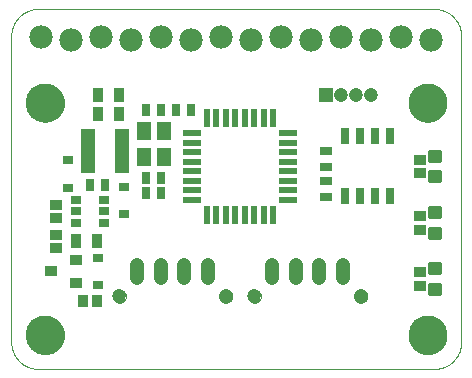
<source format=gts>
G75*
%MOIN*%
%OFA0B0*%
%FSLAX25Y25*%
%IPPOS*%
%LPD*%
%AMOC8*
5,1,8,0,0,1.08239X$1,22.5*
%
%ADD10C,0.00000*%
%ADD11C,0.12998*%
%ADD12R,0.03156X0.03943*%
%ADD13R,0.03550X0.05124*%
%ADD14R,0.03668X0.02880*%
%ADD15R,0.05124X0.14967*%
%ADD16R,0.03943X0.03746*%
%ADD17R,0.06109X0.02369*%
%ADD18R,0.02369X0.06109*%
%ADD19R,0.03943X0.03156*%
%ADD20C,0.01301*%
%ADD21R,0.02900X0.05400*%
%ADD22R,0.03550X0.02880*%
%ADD23R,0.05124X0.05912*%
%ADD24R,0.03943X0.03550*%
%ADD25R,0.03746X0.03943*%
%ADD26C,0.04534*%
%ADD27C,0.04731*%
%ADD28C,0.07800*%
%ADD29R,0.04750X0.04750*%
%ADD30C,0.04750*%
D10*
X0014550Y0005550D02*
X0146550Y0005550D01*
X0146767Y0005553D01*
X0146985Y0005561D01*
X0147202Y0005574D01*
X0147419Y0005592D01*
X0147635Y0005616D01*
X0147850Y0005644D01*
X0148065Y0005678D01*
X0148279Y0005718D01*
X0148492Y0005762D01*
X0148704Y0005812D01*
X0148914Y0005866D01*
X0149124Y0005926D01*
X0149331Y0005990D01*
X0149537Y0006060D01*
X0149741Y0006135D01*
X0149944Y0006214D01*
X0150144Y0006299D01*
X0150343Y0006388D01*
X0150539Y0006482D01*
X0150733Y0006581D01*
X0150924Y0006684D01*
X0151113Y0006792D01*
X0151299Y0006905D01*
X0151482Y0007022D01*
X0151663Y0007143D01*
X0151840Y0007269D01*
X0152014Y0007399D01*
X0152186Y0007533D01*
X0152354Y0007671D01*
X0152518Y0007813D01*
X0152679Y0007960D01*
X0152837Y0008110D01*
X0152990Y0008263D01*
X0153140Y0008421D01*
X0153287Y0008582D01*
X0153429Y0008746D01*
X0153567Y0008914D01*
X0153701Y0009086D01*
X0153831Y0009260D01*
X0153957Y0009437D01*
X0154078Y0009618D01*
X0154195Y0009801D01*
X0154308Y0009987D01*
X0154416Y0010176D01*
X0154519Y0010367D01*
X0154618Y0010561D01*
X0154712Y0010757D01*
X0154801Y0010956D01*
X0154886Y0011156D01*
X0154965Y0011359D01*
X0155040Y0011563D01*
X0155110Y0011769D01*
X0155174Y0011976D01*
X0155234Y0012186D01*
X0155288Y0012396D01*
X0155338Y0012608D01*
X0155382Y0012821D01*
X0155422Y0013035D01*
X0155456Y0013250D01*
X0155484Y0013465D01*
X0155508Y0013681D01*
X0155526Y0013898D01*
X0155539Y0014115D01*
X0155547Y0014333D01*
X0155550Y0014550D01*
X0155550Y0116550D01*
X0155547Y0116767D01*
X0155539Y0116985D01*
X0155526Y0117202D01*
X0155508Y0117419D01*
X0155484Y0117635D01*
X0155456Y0117850D01*
X0155422Y0118065D01*
X0155382Y0118279D01*
X0155338Y0118492D01*
X0155288Y0118704D01*
X0155234Y0118914D01*
X0155174Y0119124D01*
X0155110Y0119331D01*
X0155040Y0119537D01*
X0154965Y0119741D01*
X0154886Y0119944D01*
X0154801Y0120144D01*
X0154712Y0120343D01*
X0154618Y0120539D01*
X0154519Y0120733D01*
X0154416Y0120924D01*
X0154308Y0121113D01*
X0154195Y0121299D01*
X0154078Y0121482D01*
X0153957Y0121663D01*
X0153831Y0121840D01*
X0153701Y0122014D01*
X0153567Y0122186D01*
X0153429Y0122354D01*
X0153287Y0122518D01*
X0153140Y0122679D01*
X0152990Y0122837D01*
X0152837Y0122990D01*
X0152679Y0123140D01*
X0152518Y0123287D01*
X0152354Y0123429D01*
X0152186Y0123567D01*
X0152014Y0123701D01*
X0151840Y0123831D01*
X0151663Y0123957D01*
X0151482Y0124078D01*
X0151299Y0124195D01*
X0151113Y0124308D01*
X0150924Y0124416D01*
X0150733Y0124519D01*
X0150539Y0124618D01*
X0150343Y0124712D01*
X0150144Y0124801D01*
X0149944Y0124886D01*
X0149741Y0124965D01*
X0149537Y0125040D01*
X0149331Y0125110D01*
X0149124Y0125174D01*
X0148914Y0125234D01*
X0148704Y0125288D01*
X0148492Y0125338D01*
X0148279Y0125382D01*
X0148065Y0125422D01*
X0147850Y0125456D01*
X0147635Y0125484D01*
X0147419Y0125508D01*
X0147202Y0125526D01*
X0146985Y0125539D01*
X0146767Y0125547D01*
X0146550Y0125550D01*
X0014550Y0125550D01*
X0014333Y0125547D01*
X0014115Y0125539D01*
X0013898Y0125526D01*
X0013681Y0125508D01*
X0013465Y0125484D01*
X0013250Y0125456D01*
X0013035Y0125422D01*
X0012821Y0125382D01*
X0012608Y0125338D01*
X0012396Y0125288D01*
X0012186Y0125234D01*
X0011976Y0125174D01*
X0011769Y0125110D01*
X0011563Y0125040D01*
X0011359Y0124965D01*
X0011156Y0124886D01*
X0010956Y0124801D01*
X0010757Y0124712D01*
X0010561Y0124618D01*
X0010367Y0124519D01*
X0010176Y0124416D01*
X0009987Y0124308D01*
X0009801Y0124195D01*
X0009618Y0124078D01*
X0009437Y0123957D01*
X0009260Y0123831D01*
X0009086Y0123701D01*
X0008914Y0123567D01*
X0008746Y0123429D01*
X0008582Y0123287D01*
X0008421Y0123140D01*
X0008263Y0122990D01*
X0008110Y0122837D01*
X0007960Y0122679D01*
X0007813Y0122518D01*
X0007671Y0122354D01*
X0007533Y0122186D01*
X0007399Y0122014D01*
X0007269Y0121840D01*
X0007143Y0121663D01*
X0007022Y0121482D01*
X0006905Y0121299D01*
X0006792Y0121113D01*
X0006684Y0120924D01*
X0006581Y0120733D01*
X0006482Y0120539D01*
X0006388Y0120343D01*
X0006299Y0120144D01*
X0006214Y0119944D01*
X0006135Y0119741D01*
X0006060Y0119537D01*
X0005990Y0119331D01*
X0005926Y0119124D01*
X0005866Y0118914D01*
X0005812Y0118704D01*
X0005762Y0118492D01*
X0005718Y0118279D01*
X0005678Y0118065D01*
X0005644Y0117850D01*
X0005616Y0117635D01*
X0005592Y0117419D01*
X0005574Y0117202D01*
X0005561Y0116985D01*
X0005553Y0116767D01*
X0005550Y0116550D01*
X0005550Y0014550D01*
X0005553Y0014333D01*
X0005561Y0014115D01*
X0005574Y0013898D01*
X0005592Y0013681D01*
X0005616Y0013465D01*
X0005644Y0013250D01*
X0005678Y0013035D01*
X0005718Y0012821D01*
X0005762Y0012608D01*
X0005812Y0012396D01*
X0005866Y0012186D01*
X0005926Y0011976D01*
X0005990Y0011769D01*
X0006060Y0011563D01*
X0006135Y0011359D01*
X0006214Y0011156D01*
X0006299Y0010956D01*
X0006388Y0010757D01*
X0006482Y0010561D01*
X0006581Y0010367D01*
X0006684Y0010176D01*
X0006792Y0009987D01*
X0006905Y0009801D01*
X0007022Y0009618D01*
X0007143Y0009437D01*
X0007269Y0009260D01*
X0007399Y0009086D01*
X0007533Y0008914D01*
X0007671Y0008746D01*
X0007813Y0008582D01*
X0007960Y0008421D01*
X0008110Y0008263D01*
X0008263Y0008110D01*
X0008421Y0007960D01*
X0008582Y0007813D01*
X0008746Y0007671D01*
X0008914Y0007533D01*
X0009086Y0007399D01*
X0009260Y0007269D01*
X0009437Y0007143D01*
X0009618Y0007022D01*
X0009801Y0006905D01*
X0009987Y0006792D01*
X0010176Y0006684D01*
X0010367Y0006581D01*
X0010561Y0006482D01*
X0010757Y0006388D01*
X0010956Y0006299D01*
X0011156Y0006214D01*
X0011359Y0006135D01*
X0011563Y0006060D01*
X0011769Y0005990D01*
X0011976Y0005926D01*
X0012186Y0005866D01*
X0012396Y0005812D01*
X0012608Y0005762D01*
X0012821Y0005718D01*
X0013035Y0005678D01*
X0013250Y0005644D01*
X0013465Y0005616D01*
X0013681Y0005592D01*
X0013898Y0005574D01*
X0014115Y0005561D01*
X0014333Y0005553D01*
X0014550Y0005550D01*
X0010501Y0016800D02*
X0010503Y0016958D01*
X0010509Y0017116D01*
X0010519Y0017274D01*
X0010533Y0017432D01*
X0010551Y0017589D01*
X0010572Y0017746D01*
X0010598Y0017902D01*
X0010628Y0018058D01*
X0010661Y0018213D01*
X0010699Y0018366D01*
X0010740Y0018519D01*
X0010785Y0018671D01*
X0010834Y0018822D01*
X0010887Y0018971D01*
X0010943Y0019119D01*
X0011003Y0019265D01*
X0011067Y0019410D01*
X0011135Y0019553D01*
X0011206Y0019695D01*
X0011280Y0019835D01*
X0011358Y0019972D01*
X0011440Y0020108D01*
X0011524Y0020242D01*
X0011613Y0020373D01*
X0011704Y0020502D01*
X0011799Y0020629D01*
X0011896Y0020754D01*
X0011997Y0020876D01*
X0012101Y0020995D01*
X0012208Y0021112D01*
X0012318Y0021226D01*
X0012431Y0021337D01*
X0012546Y0021446D01*
X0012664Y0021551D01*
X0012785Y0021653D01*
X0012908Y0021753D01*
X0013034Y0021849D01*
X0013162Y0021942D01*
X0013292Y0022032D01*
X0013425Y0022118D01*
X0013560Y0022202D01*
X0013696Y0022281D01*
X0013835Y0022358D01*
X0013976Y0022430D01*
X0014118Y0022500D01*
X0014262Y0022565D01*
X0014408Y0022627D01*
X0014555Y0022685D01*
X0014704Y0022740D01*
X0014854Y0022791D01*
X0015005Y0022838D01*
X0015157Y0022881D01*
X0015310Y0022920D01*
X0015465Y0022956D01*
X0015620Y0022987D01*
X0015776Y0023015D01*
X0015932Y0023039D01*
X0016089Y0023059D01*
X0016247Y0023075D01*
X0016404Y0023087D01*
X0016563Y0023095D01*
X0016721Y0023099D01*
X0016879Y0023099D01*
X0017037Y0023095D01*
X0017196Y0023087D01*
X0017353Y0023075D01*
X0017511Y0023059D01*
X0017668Y0023039D01*
X0017824Y0023015D01*
X0017980Y0022987D01*
X0018135Y0022956D01*
X0018290Y0022920D01*
X0018443Y0022881D01*
X0018595Y0022838D01*
X0018746Y0022791D01*
X0018896Y0022740D01*
X0019045Y0022685D01*
X0019192Y0022627D01*
X0019338Y0022565D01*
X0019482Y0022500D01*
X0019624Y0022430D01*
X0019765Y0022358D01*
X0019904Y0022281D01*
X0020040Y0022202D01*
X0020175Y0022118D01*
X0020308Y0022032D01*
X0020438Y0021942D01*
X0020566Y0021849D01*
X0020692Y0021753D01*
X0020815Y0021653D01*
X0020936Y0021551D01*
X0021054Y0021446D01*
X0021169Y0021337D01*
X0021282Y0021226D01*
X0021392Y0021112D01*
X0021499Y0020995D01*
X0021603Y0020876D01*
X0021704Y0020754D01*
X0021801Y0020629D01*
X0021896Y0020502D01*
X0021987Y0020373D01*
X0022076Y0020242D01*
X0022160Y0020108D01*
X0022242Y0019972D01*
X0022320Y0019835D01*
X0022394Y0019695D01*
X0022465Y0019553D01*
X0022533Y0019410D01*
X0022597Y0019265D01*
X0022657Y0019119D01*
X0022713Y0018971D01*
X0022766Y0018822D01*
X0022815Y0018671D01*
X0022860Y0018519D01*
X0022901Y0018366D01*
X0022939Y0018213D01*
X0022972Y0018058D01*
X0023002Y0017902D01*
X0023028Y0017746D01*
X0023049Y0017589D01*
X0023067Y0017432D01*
X0023081Y0017274D01*
X0023091Y0017116D01*
X0023097Y0016958D01*
X0023099Y0016800D01*
X0023097Y0016642D01*
X0023091Y0016484D01*
X0023081Y0016326D01*
X0023067Y0016168D01*
X0023049Y0016011D01*
X0023028Y0015854D01*
X0023002Y0015698D01*
X0022972Y0015542D01*
X0022939Y0015387D01*
X0022901Y0015234D01*
X0022860Y0015081D01*
X0022815Y0014929D01*
X0022766Y0014778D01*
X0022713Y0014629D01*
X0022657Y0014481D01*
X0022597Y0014335D01*
X0022533Y0014190D01*
X0022465Y0014047D01*
X0022394Y0013905D01*
X0022320Y0013765D01*
X0022242Y0013628D01*
X0022160Y0013492D01*
X0022076Y0013358D01*
X0021987Y0013227D01*
X0021896Y0013098D01*
X0021801Y0012971D01*
X0021704Y0012846D01*
X0021603Y0012724D01*
X0021499Y0012605D01*
X0021392Y0012488D01*
X0021282Y0012374D01*
X0021169Y0012263D01*
X0021054Y0012154D01*
X0020936Y0012049D01*
X0020815Y0011947D01*
X0020692Y0011847D01*
X0020566Y0011751D01*
X0020438Y0011658D01*
X0020308Y0011568D01*
X0020175Y0011482D01*
X0020040Y0011398D01*
X0019904Y0011319D01*
X0019765Y0011242D01*
X0019624Y0011170D01*
X0019482Y0011100D01*
X0019338Y0011035D01*
X0019192Y0010973D01*
X0019045Y0010915D01*
X0018896Y0010860D01*
X0018746Y0010809D01*
X0018595Y0010762D01*
X0018443Y0010719D01*
X0018290Y0010680D01*
X0018135Y0010644D01*
X0017980Y0010613D01*
X0017824Y0010585D01*
X0017668Y0010561D01*
X0017511Y0010541D01*
X0017353Y0010525D01*
X0017196Y0010513D01*
X0017037Y0010505D01*
X0016879Y0010501D01*
X0016721Y0010501D01*
X0016563Y0010505D01*
X0016404Y0010513D01*
X0016247Y0010525D01*
X0016089Y0010541D01*
X0015932Y0010561D01*
X0015776Y0010585D01*
X0015620Y0010613D01*
X0015465Y0010644D01*
X0015310Y0010680D01*
X0015157Y0010719D01*
X0015005Y0010762D01*
X0014854Y0010809D01*
X0014704Y0010860D01*
X0014555Y0010915D01*
X0014408Y0010973D01*
X0014262Y0011035D01*
X0014118Y0011100D01*
X0013976Y0011170D01*
X0013835Y0011242D01*
X0013696Y0011319D01*
X0013560Y0011398D01*
X0013425Y0011482D01*
X0013292Y0011568D01*
X0013162Y0011658D01*
X0013034Y0011751D01*
X0012908Y0011847D01*
X0012785Y0011947D01*
X0012664Y0012049D01*
X0012546Y0012154D01*
X0012431Y0012263D01*
X0012318Y0012374D01*
X0012208Y0012488D01*
X0012101Y0012605D01*
X0011997Y0012724D01*
X0011896Y0012846D01*
X0011799Y0012971D01*
X0011704Y0013098D01*
X0011613Y0013227D01*
X0011524Y0013358D01*
X0011440Y0013492D01*
X0011358Y0013628D01*
X0011280Y0013765D01*
X0011206Y0013905D01*
X0011135Y0014047D01*
X0011067Y0014190D01*
X0011003Y0014335D01*
X0010943Y0014481D01*
X0010887Y0014629D01*
X0010834Y0014778D01*
X0010785Y0014929D01*
X0010740Y0015081D01*
X0010699Y0015234D01*
X0010661Y0015387D01*
X0010628Y0015542D01*
X0010598Y0015698D01*
X0010572Y0015854D01*
X0010551Y0016011D01*
X0010533Y0016168D01*
X0010519Y0016326D01*
X0010509Y0016484D01*
X0010503Y0016642D01*
X0010501Y0016800D01*
X0039418Y0029782D02*
X0039420Y0029875D01*
X0039426Y0029967D01*
X0039436Y0030059D01*
X0039450Y0030150D01*
X0039467Y0030241D01*
X0039489Y0030331D01*
X0039514Y0030420D01*
X0039543Y0030508D01*
X0039576Y0030594D01*
X0039613Y0030679D01*
X0039653Y0030763D01*
X0039697Y0030844D01*
X0039744Y0030924D01*
X0039794Y0031002D01*
X0039848Y0031077D01*
X0039905Y0031150D01*
X0039965Y0031220D01*
X0040028Y0031288D01*
X0040094Y0031353D01*
X0040162Y0031415D01*
X0040233Y0031475D01*
X0040307Y0031531D01*
X0040383Y0031584D01*
X0040461Y0031633D01*
X0040541Y0031680D01*
X0040623Y0031722D01*
X0040707Y0031762D01*
X0040792Y0031797D01*
X0040879Y0031829D01*
X0040967Y0031858D01*
X0041056Y0031882D01*
X0041146Y0031903D01*
X0041237Y0031919D01*
X0041329Y0031932D01*
X0041421Y0031941D01*
X0041514Y0031946D01*
X0041606Y0031947D01*
X0041699Y0031944D01*
X0041791Y0031937D01*
X0041883Y0031926D01*
X0041974Y0031911D01*
X0042065Y0031893D01*
X0042155Y0031870D01*
X0042243Y0031844D01*
X0042331Y0031814D01*
X0042417Y0031780D01*
X0042501Y0031743D01*
X0042584Y0031701D01*
X0042665Y0031657D01*
X0042745Y0031609D01*
X0042822Y0031558D01*
X0042896Y0031503D01*
X0042969Y0031445D01*
X0043039Y0031385D01*
X0043106Y0031321D01*
X0043170Y0031255D01*
X0043232Y0031185D01*
X0043290Y0031114D01*
X0043345Y0031040D01*
X0043397Y0030963D01*
X0043446Y0030884D01*
X0043492Y0030804D01*
X0043534Y0030721D01*
X0043572Y0030637D01*
X0043607Y0030551D01*
X0043638Y0030464D01*
X0043665Y0030376D01*
X0043688Y0030286D01*
X0043708Y0030196D01*
X0043724Y0030105D01*
X0043736Y0030013D01*
X0043744Y0029921D01*
X0043748Y0029828D01*
X0043748Y0029736D01*
X0043744Y0029643D01*
X0043736Y0029551D01*
X0043724Y0029459D01*
X0043708Y0029368D01*
X0043688Y0029278D01*
X0043665Y0029188D01*
X0043638Y0029100D01*
X0043607Y0029013D01*
X0043572Y0028927D01*
X0043534Y0028843D01*
X0043492Y0028760D01*
X0043446Y0028680D01*
X0043397Y0028601D01*
X0043345Y0028524D01*
X0043290Y0028450D01*
X0043232Y0028379D01*
X0043170Y0028309D01*
X0043106Y0028243D01*
X0043039Y0028179D01*
X0042969Y0028119D01*
X0042896Y0028061D01*
X0042822Y0028006D01*
X0042745Y0027955D01*
X0042666Y0027907D01*
X0042584Y0027863D01*
X0042501Y0027821D01*
X0042417Y0027784D01*
X0042331Y0027750D01*
X0042243Y0027720D01*
X0042155Y0027694D01*
X0042065Y0027671D01*
X0041974Y0027653D01*
X0041883Y0027638D01*
X0041791Y0027627D01*
X0041699Y0027620D01*
X0041606Y0027617D01*
X0041514Y0027618D01*
X0041421Y0027623D01*
X0041329Y0027632D01*
X0041237Y0027645D01*
X0041146Y0027661D01*
X0041056Y0027682D01*
X0040967Y0027706D01*
X0040879Y0027735D01*
X0040792Y0027767D01*
X0040707Y0027802D01*
X0040623Y0027842D01*
X0040541Y0027884D01*
X0040461Y0027931D01*
X0040383Y0027980D01*
X0040307Y0028033D01*
X0040233Y0028089D01*
X0040162Y0028149D01*
X0040094Y0028211D01*
X0040028Y0028276D01*
X0039965Y0028344D01*
X0039905Y0028414D01*
X0039848Y0028487D01*
X0039794Y0028562D01*
X0039744Y0028640D01*
X0039697Y0028720D01*
X0039653Y0028801D01*
X0039613Y0028885D01*
X0039576Y0028970D01*
X0039543Y0029056D01*
X0039514Y0029144D01*
X0039489Y0029233D01*
X0039467Y0029323D01*
X0039450Y0029414D01*
X0039436Y0029505D01*
X0039426Y0029597D01*
X0039420Y0029689D01*
X0039418Y0029782D01*
X0074852Y0029782D02*
X0074854Y0029875D01*
X0074860Y0029967D01*
X0074870Y0030059D01*
X0074884Y0030150D01*
X0074901Y0030241D01*
X0074923Y0030331D01*
X0074948Y0030420D01*
X0074977Y0030508D01*
X0075010Y0030594D01*
X0075047Y0030679D01*
X0075087Y0030763D01*
X0075131Y0030844D01*
X0075178Y0030924D01*
X0075228Y0031002D01*
X0075282Y0031077D01*
X0075339Y0031150D01*
X0075399Y0031220D01*
X0075462Y0031288D01*
X0075528Y0031353D01*
X0075596Y0031415D01*
X0075667Y0031475D01*
X0075741Y0031531D01*
X0075817Y0031584D01*
X0075895Y0031633D01*
X0075975Y0031680D01*
X0076057Y0031722D01*
X0076141Y0031762D01*
X0076226Y0031797D01*
X0076313Y0031829D01*
X0076401Y0031858D01*
X0076490Y0031882D01*
X0076580Y0031903D01*
X0076671Y0031919D01*
X0076763Y0031932D01*
X0076855Y0031941D01*
X0076948Y0031946D01*
X0077040Y0031947D01*
X0077133Y0031944D01*
X0077225Y0031937D01*
X0077317Y0031926D01*
X0077408Y0031911D01*
X0077499Y0031893D01*
X0077589Y0031870D01*
X0077677Y0031844D01*
X0077765Y0031814D01*
X0077851Y0031780D01*
X0077935Y0031743D01*
X0078018Y0031701D01*
X0078099Y0031657D01*
X0078179Y0031609D01*
X0078256Y0031558D01*
X0078330Y0031503D01*
X0078403Y0031445D01*
X0078473Y0031385D01*
X0078540Y0031321D01*
X0078604Y0031255D01*
X0078666Y0031185D01*
X0078724Y0031114D01*
X0078779Y0031040D01*
X0078831Y0030963D01*
X0078880Y0030884D01*
X0078926Y0030804D01*
X0078968Y0030721D01*
X0079006Y0030637D01*
X0079041Y0030551D01*
X0079072Y0030464D01*
X0079099Y0030376D01*
X0079122Y0030286D01*
X0079142Y0030196D01*
X0079158Y0030105D01*
X0079170Y0030013D01*
X0079178Y0029921D01*
X0079182Y0029828D01*
X0079182Y0029736D01*
X0079178Y0029643D01*
X0079170Y0029551D01*
X0079158Y0029459D01*
X0079142Y0029368D01*
X0079122Y0029278D01*
X0079099Y0029188D01*
X0079072Y0029100D01*
X0079041Y0029013D01*
X0079006Y0028927D01*
X0078968Y0028843D01*
X0078926Y0028760D01*
X0078880Y0028680D01*
X0078831Y0028601D01*
X0078779Y0028524D01*
X0078724Y0028450D01*
X0078666Y0028379D01*
X0078604Y0028309D01*
X0078540Y0028243D01*
X0078473Y0028179D01*
X0078403Y0028119D01*
X0078330Y0028061D01*
X0078256Y0028006D01*
X0078179Y0027955D01*
X0078100Y0027907D01*
X0078018Y0027863D01*
X0077935Y0027821D01*
X0077851Y0027784D01*
X0077765Y0027750D01*
X0077677Y0027720D01*
X0077589Y0027694D01*
X0077499Y0027671D01*
X0077408Y0027653D01*
X0077317Y0027638D01*
X0077225Y0027627D01*
X0077133Y0027620D01*
X0077040Y0027617D01*
X0076948Y0027618D01*
X0076855Y0027623D01*
X0076763Y0027632D01*
X0076671Y0027645D01*
X0076580Y0027661D01*
X0076490Y0027682D01*
X0076401Y0027706D01*
X0076313Y0027735D01*
X0076226Y0027767D01*
X0076141Y0027802D01*
X0076057Y0027842D01*
X0075975Y0027884D01*
X0075895Y0027931D01*
X0075817Y0027980D01*
X0075741Y0028033D01*
X0075667Y0028089D01*
X0075596Y0028149D01*
X0075528Y0028211D01*
X0075462Y0028276D01*
X0075399Y0028344D01*
X0075339Y0028414D01*
X0075282Y0028487D01*
X0075228Y0028562D01*
X0075178Y0028640D01*
X0075131Y0028720D01*
X0075087Y0028801D01*
X0075047Y0028885D01*
X0075010Y0028970D01*
X0074977Y0029056D01*
X0074948Y0029144D01*
X0074923Y0029233D01*
X0074901Y0029323D01*
X0074884Y0029414D01*
X0074870Y0029505D01*
X0074860Y0029597D01*
X0074854Y0029689D01*
X0074852Y0029782D01*
X0084418Y0029782D02*
X0084420Y0029875D01*
X0084426Y0029967D01*
X0084436Y0030059D01*
X0084450Y0030150D01*
X0084467Y0030241D01*
X0084489Y0030331D01*
X0084514Y0030420D01*
X0084543Y0030508D01*
X0084576Y0030594D01*
X0084613Y0030679D01*
X0084653Y0030763D01*
X0084697Y0030844D01*
X0084744Y0030924D01*
X0084794Y0031002D01*
X0084848Y0031077D01*
X0084905Y0031150D01*
X0084965Y0031220D01*
X0085028Y0031288D01*
X0085094Y0031353D01*
X0085162Y0031415D01*
X0085233Y0031475D01*
X0085307Y0031531D01*
X0085383Y0031584D01*
X0085461Y0031633D01*
X0085541Y0031680D01*
X0085623Y0031722D01*
X0085707Y0031762D01*
X0085792Y0031797D01*
X0085879Y0031829D01*
X0085967Y0031858D01*
X0086056Y0031882D01*
X0086146Y0031903D01*
X0086237Y0031919D01*
X0086329Y0031932D01*
X0086421Y0031941D01*
X0086514Y0031946D01*
X0086606Y0031947D01*
X0086699Y0031944D01*
X0086791Y0031937D01*
X0086883Y0031926D01*
X0086974Y0031911D01*
X0087065Y0031893D01*
X0087155Y0031870D01*
X0087243Y0031844D01*
X0087331Y0031814D01*
X0087417Y0031780D01*
X0087501Y0031743D01*
X0087584Y0031701D01*
X0087665Y0031657D01*
X0087745Y0031609D01*
X0087822Y0031558D01*
X0087896Y0031503D01*
X0087969Y0031445D01*
X0088039Y0031385D01*
X0088106Y0031321D01*
X0088170Y0031255D01*
X0088232Y0031185D01*
X0088290Y0031114D01*
X0088345Y0031040D01*
X0088397Y0030963D01*
X0088446Y0030884D01*
X0088492Y0030804D01*
X0088534Y0030721D01*
X0088572Y0030637D01*
X0088607Y0030551D01*
X0088638Y0030464D01*
X0088665Y0030376D01*
X0088688Y0030286D01*
X0088708Y0030196D01*
X0088724Y0030105D01*
X0088736Y0030013D01*
X0088744Y0029921D01*
X0088748Y0029828D01*
X0088748Y0029736D01*
X0088744Y0029643D01*
X0088736Y0029551D01*
X0088724Y0029459D01*
X0088708Y0029368D01*
X0088688Y0029278D01*
X0088665Y0029188D01*
X0088638Y0029100D01*
X0088607Y0029013D01*
X0088572Y0028927D01*
X0088534Y0028843D01*
X0088492Y0028760D01*
X0088446Y0028680D01*
X0088397Y0028601D01*
X0088345Y0028524D01*
X0088290Y0028450D01*
X0088232Y0028379D01*
X0088170Y0028309D01*
X0088106Y0028243D01*
X0088039Y0028179D01*
X0087969Y0028119D01*
X0087896Y0028061D01*
X0087822Y0028006D01*
X0087745Y0027955D01*
X0087666Y0027907D01*
X0087584Y0027863D01*
X0087501Y0027821D01*
X0087417Y0027784D01*
X0087331Y0027750D01*
X0087243Y0027720D01*
X0087155Y0027694D01*
X0087065Y0027671D01*
X0086974Y0027653D01*
X0086883Y0027638D01*
X0086791Y0027627D01*
X0086699Y0027620D01*
X0086606Y0027617D01*
X0086514Y0027618D01*
X0086421Y0027623D01*
X0086329Y0027632D01*
X0086237Y0027645D01*
X0086146Y0027661D01*
X0086056Y0027682D01*
X0085967Y0027706D01*
X0085879Y0027735D01*
X0085792Y0027767D01*
X0085707Y0027802D01*
X0085623Y0027842D01*
X0085541Y0027884D01*
X0085461Y0027931D01*
X0085383Y0027980D01*
X0085307Y0028033D01*
X0085233Y0028089D01*
X0085162Y0028149D01*
X0085094Y0028211D01*
X0085028Y0028276D01*
X0084965Y0028344D01*
X0084905Y0028414D01*
X0084848Y0028487D01*
X0084794Y0028562D01*
X0084744Y0028640D01*
X0084697Y0028720D01*
X0084653Y0028801D01*
X0084613Y0028885D01*
X0084576Y0028970D01*
X0084543Y0029056D01*
X0084514Y0029144D01*
X0084489Y0029233D01*
X0084467Y0029323D01*
X0084450Y0029414D01*
X0084436Y0029505D01*
X0084426Y0029597D01*
X0084420Y0029689D01*
X0084418Y0029782D01*
X0119852Y0029782D02*
X0119854Y0029875D01*
X0119860Y0029967D01*
X0119870Y0030059D01*
X0119884Y0030150D01*
X0119901Y0030241D01*
X0119923Y0030331D01*
X0119948Y0030420D01*
X0119977Y0030508D01*
X0120010Y0030594D01*
X0120047Y0030679D01*
X0120087Y0030763D01*
X0120131Y0030844D01*
X0120178Y0030924D01*
X0120228Y0031002D01*
X0120282Y0031077D01*
X0120339Y0031150D01*
X0120399Y0031220D01*
X0120462Y0031288D01*
X0120528Y0031353D01*
X0120596Y0031415D01*
X0120667Y0031475D01*
X0120741Y0031531D01*
X0120817Y0031584D01*
X0120895Y0031633D01*
X0120975Y0031680D01*
X0121057Y0031722D01*
X0121141Y0031762D01*
X0121226Y0031797D01*
X0121313Y0031829D01*
X0121401Y0031858D01*
X0121490Y0031882D01*
X0121580Y0031903D01*
X0121671Y0031919D01*
X0121763Y0031932D01*
X0121855Y0031941D01*
X0121948Y0031946D01*
X0122040Y0031947D01*
X0122133Y0031944D01*
X0122225Y0031937D01*
X0122317Y0031926D01*
X0122408Y0031911D01*
X0122499Y0031893D01*
X0122589Y0031870D01*
X0122677Y0031844D01*
X0122765Y0031814D01*
X0122851Y0031780D01*
X0122935Y0031743D01*
X0123018Y0031701D01*
X0123099Y0031657D01*
X0123179Y0031609D01*
X0123256Y0031558D01*
X0123330Y0031503D01*
X0123403Y0031445D01*
X0123473Y0031385D01*
X0123540Y0031321D01*
X0123604Y0031255D01*
X0123666Y0031185D01*
X0123724Y0031114D01*
X0123779Y0031040D01*
X0123831Y0030963D01*
X0123880Y0030884D01*
X0123926Y0030804D01*
X0123968Y0030721D01*
X0124006Y0030637D01*
X0124041Y0030551D01*
X0124072Y0030464D01*
X0124099Y0030376D01*
X0124122Y0030286D01*
X0124142Y0030196D01*
X0124158Y0030105D01*
X0124170Y0030013D01*
X0124178Y0029921D01*
X0124182Y0029828D01*
X0124182Y0029736D01*
X0124178Y0029643D01*
X0124170Y0029551D01*
X0124158Y0029459D01*
X0124142Y0029368D01*
X0124122Y0029278D01*
X0124099Y0029188D01*
X0124072Y0029100D01*
X0124041Y0029013D01*
X0124006Y0028927D01*
X0123968Y0028843D01*
X0123926Y0028760D01*
X0123880Y0028680D01*
X0123831Y0028601D01*
X0123779Y0028524D01*
X0123724Y0028450D01*
X0123666Y0028379D01*
X0123604Y0028309D01*
X0123540Y0028243D01*
X0123473Y0028179D01*
X0123403Y0028119D01*
X0123330Y0028061D01*
X0123256Y0028006D01*
X0123179Y0027955D01*
X0123100Y0027907D01*
X0123018Y0027863D01*
X0122935Y0027821D01*
X0122851Y0027784D01*
X0122765Y0027750D01*
X0122677Y0027720D01*
X0122589Y0027694D01*
X0122499Y0027671D01*
X0122408Y0027653D01*
X0122317Y0027638D01*
X0122225Y0027627D01*
X0122133Y0027620D01*
X0122040Y0027617D01*
X0121948Y0027618D01*
X0121855Y0027623D01*
X0121763Y0027632D01*
X0121671Y0027645D01*
X0121580Y0027661D01*
X0121490Y0027682D01*
X0121401Y0027706D01*
X0121313Y0027735D01*
X0121226Y0027767D01*
X0121141Y0027802D01*
X0121057Y0027842D01*
X0120975Y0027884D01*
X0120895Y0027931D01*
X0120817Y0027980D01*
X0120741Y0028033D01*
X0120667Y0028089D01*
X0120596Y0028149D01*
X0120528Y0028211D01*
X0120462Y0028276D01*
X0120399Y0028344D01*
X0120339Y0028414D01*
X0120282Y0028487D01*
X0120228Y0028562D01*
X0120178Y0028640D01*
X0120131Y0028720D01*
X0120087Y0028801D01*
X0120047Y0028885D01*
X0120010Y0028970D01*
X0119977Y0029056D01*
X0119948Y0029144D01*
X0119923Y0029233D01*
X0119901Y0029323D01*
X0119884Y0029414D01*
X0119870Y0029505D01*
X0119860Y0029597D01*
X0119854Y0029689D01*
X0119852Y0029782D01*
X0138001Y0016800D02*
X0138003Y0016958D01*
X0138009Y0017116D01*
X0138019Y0017274D01*
X0138033Y0017432D01*
X0138051Y0017589D01*
X0138072Y0017746D01*
X0138098Y0017902D01*
X0138128Y0018058D01*
X0138161Y0018213D01*
X0138199Y0018366D01*
X0138240Y0018519D01*
X0138285Y0018671D01*
X0138334Y0018822D01*
X0138387Y0018971D01*
X0138443Y0019119D01*
X0138503Y0019265D01*
X0138567Y0019410D01*
X0138635Y0019553D01*
X0138706Y0019695D01*
X0138780Y0019835D01*
X0138858Y0019972D01*
X0138940Y0020108D01*
X0139024Y0020242D01*
X0139113Y0020373D01*
X0139204Y0020502D01*
X0139299Y0020629D01*
X0139396Y0020754D01*
X0139497Y0020876D01*
X0139601Y0020995D01*
X0139708Y0021112D01*
X0139818Y0021226D01*
X0139931Y0021337D01*
X0140046Y0021446D01*
X0140164Y0021551D01*
X0140285Y0021653D01*
X0140408Y0021753D01*
X0140534Y0021849D01*
X0140662Y0021942D01*
X0140792Y0022032D01*
X0140925Y0022118D01*
X0141060Y0022202D01*
X0141196Y0022281D01*
X0141335Y0022358D01*
X0141476Y0022430D01*
X0141618Y0022500D01*
X0141762Y0022565D01*
X0141908Y0022627D01*
X0142055Y0022685D01*
X0142204Y0022740D01*
X0142354Y0022791D01*
X0142505Y0022838D01*
X0142657Y0022881D01*
X0142810Y0022920D01*
X0142965Y0022956D01*
X0143120Y0022987D01*
X0143276Y0023015D01*
X0143432Y0023039D01*
X0143589Y0023059D01*
X0143747Y0023075D01*
X0143904Y0023087D01*
X0144063Y0023095D01*
X0144221Y0023099D01*
X0144379Y0023099D01*
X0144537Y0023095D01*
X0144696Y0023087D01*
X0144853Y0023075D01*
X0145011Y0023059D01*
X0145168Y0023039D01*
X0145324Y0023015D01*
X0145480Y0022987D01*
X0145635Y0022956D01*
X0145790Y0022920D01*
X0145943Y0022881D01*
X0146095Y0022838D01*
X0146246Y0022791D01*
X0146396Y0022740D01*
X0146545Y0022685D01*
X0146692Y0022627D01*
X0146838Y0022565D01*
X0146982Y0022500D01*
X0147124Y0022430D01*
X0147265Y0022358D01*
X0147404Y0022281D01*
X0147540Y0022202D01*
X0147675Y0022118D01*
X0147808Y0022032D01*
X0147938Y0021942D01*
X0148066Y0021849D01*
X0148192Y0021753D01*
X0148315Y0021653D01*
X0148436Y0021551D01*
X0148554Y0021446D01*
X0148669Y0021337D01*
X0148782Y0021226D01*
X0148892Y0021112D01*
X0148999Y0020995D01*
X0149103Y0020876D01*
X0149204Y0020754D01*
X0149301Y0020629D01*
X0149396Y0020502D01*
X0149487Y0020373D01*
X0149576Y0020242D01*
X0149660Y0020108D01*
X0149742Y0019972D01*
X0149820Y0019835D01*
X0149894Y0019695D01*
X0149965Y0019553D01*
X0150033Y0019410D01*
X0150097Y0019265D01*
X0150157Y0019119D01*
X0150213Y0018971D01*
X0150266Y0018822D01*
X0150315Y0018671D01*
X0150360Y0018519D01*
X0150401Y0018366D01*
X0150439Y0018213D01*
X0150472Y0018058D01*
X0150502Y0017902D01*
X0150528Y0017746D01*
X0150549Y0017589D01*
X0150567Y0017432D01*
X0150581Y0017274D01*
X0150591Y0017116D01*
X0150597Y0016958D01*
X0150599Y0016800D01*
X0150597Y0016642D01*
X0150591Y0016484D01*
X0150581Y0016326D01*
X0150567Y0016168D01*
X0150549Y0016011D01*
X0150528Y0015854D01*
X0150502Y0015698D01*
X0150472Y0015542D01*
X0150439Y0015387D01*
X0150401Y0015234D01*
X0150360Y0015081D01*
X0150315Y0014929D01*
X0150266Y0014778D01*
X0150213Y0014629D01*
X0150157Y0014481D01*
X0150097Y0014335D01*
X0150033Y0014190D01*
X0149965Y0014047D01*
X0149894Y0013905D01*
X0149820Y0013765D01*
X0149742Y0013628D01*
X0149660Y0013492D01*
X0149576Y0013358D01*
X0149487Y0013227D01*
X0149396Y0013098D01*
X0149301Y0012971D01*
X0149204Y0012846D01*
X0149103Y0012724D01*
X0148999Y0012605D01*
X0148892Y0012488D01*
X0148782Y0012374D01*
X0148669Y0012263D01*
X0148554Y0012154D01*
X0148436Y0012049D01*
X0148315Y0011947D01*
X0148192Y0011847D01*
X0148066Y0011751D01*
X0147938Y0011658D01*
X0147808Y0011568D01*
X0147675Y0011482D01*
X0147540Y0011398D01*
X0147404Y0011319D01*
X0147265Y0011242D01*
X0147124Y0011170D01*
X0146982Y0011100D01*
X0146838Y0011035D01*
X0146692Y0010973D01*
X0146545Y0010915D01*
X0146396Y0010860D01*
X0146246Y0010809D01*
X0146095Y0010762D01*
X0145943Y0010719D01*
X0145790Y0010680D01*
X0145635Y0010644D01*
X0145480Y0010613D01*
X0145324Y0010585D01*
X0145168Y0010561D01*
X0145011Y0010541D01*
X0144853Y0010525D01*
X0144696Y0010513D01*
X0144537Y0010505D01*
X0144379Y0010501D01*
X0144221Y0010501D01*
X0144063Y0010505D01*
X0143904Y0010513D01*
X0143747Y0010525D01*
X0143589Y0010541D01*
X0143432Y0010561D01*
X0143276Y0010585D01*
X0143120Y0010613D01*
X0142965Y0010644D01*
X0142810Y0010680D01*
X0142657Y0010719D01*
X0142505Y0010762D01*
X0142354Y0010809D01*
X0142204Y0010860D01*
X0142055Y0010915D01*
X0141908Y0010973D01*
X0141762Y0011035D01*
X0141618Y0011100D01*
X0141476Y0011170D01*
X0141335Y0011242D01*
X0141196Y0011319D01*
X0141060Y0011398D01*
X0140925Y0011482D01*
X0140792Y0011568D01*
X0140662Y0011658D01*
X0140534Y0011751D01*
X0140408Y0011847D01*
X0140285Y0011947D01*
X0140164Y0012049D01*
X0140046Y0012154D01*
X0139931Y0012263D01*
X0139818Y0012374D01*
X0139708Y0012488D01*
X0139601Y0012605D01*
X0139497Y0012724D01*
X0139396Y0012846D01*
X0139299Y0012971D01*
X0139204Y0013098D01*
X0139113Y0013227D01*
X0139024Y0013358D01*
X0138940Y0013492D01*
X0138858Y0013628D01*
X0138780Y0013765D01*
X0138706Y0013905D01*
X0138635Y0014047D01*
X0138567Y0014190D01*
X0138503Y0014335D01*
X0138443Y0014481D01*
X0138387Y0014629D01*
X0138334Y0014778D01*
X0138285Y0014929D01*
X0138240Y0015081D01*
X0138199Y0015234D01*
X0138161Y0015387D01*
X0138128Y0015542D01*
X0138098Y0015698D01*
X0138072Y0015854D01*
X0138051Y0016011D01*
X0138033Y0016168D01*
X0138019Y0016326D01*
X0138009Y0016484D01*
X0138003Y0016642D01*
X0138001Y0016800D01*
X0138001Y0094300D02*
X0138003Y0094458D01*
X0138009Y0094616D01*
X0138019Y0094774D01*
X0138033Y0094932D01*
X0138051Y0095089D01*
X0138072Y0095246D01*
X0138098Y0095402D01*
X0138128Y0095558D01*
X0138161Y0095713D01*
X0138199Y0095866D01*
X0138240Y0096019D01*
X0138285Y0096171D01*
X0138334Y0096322D01*
X0138387Y0096471D01*
X0138443Y0096619D01*
X0138503Y0096765D01*
X0138567Y0096910D01*
X0138635Y0097053D01*
X0138706Y0097195D01*
X0138780Y0097335D01*
X0138858Y0097472D01*
X0138940Y0097608D01*
X0139024Y0097742D01*
X0139113Y0097873D01*
X0139204Y0098002D01*
X0139299Y0098129D01*
X0139396Y0098254D01*
X0139497Y0098376D01*
X0139601Y0098495D01*
X0139708Y0098612D01*
X0139818Y0098726D01*
X0139931Y0098837D01*
X0140046Y0098946D01*
X0140164Y0099051D01*
X0140285Y0099153D01*
X0140408Y0099253D01*
X0140534Y0099349D01*
X0140662Y0099442D01*
X0140792Y0099532D01*
X0140925Y0099618D01*
X0141060Y0099702D01*
X0141196Y0099781D01*
X0141335Y0099858D01*
X0141476Y0099930D01*
X0141618Y0100000D01*
X0141762Y0100065D01*
X0141908Y0100127D01*
X0142055Y0100185D01*
X0142204Y0100240D01*
X0142354Y0100291D01*
X0142505Y0100338D01*
X0142657Y0100381D01*
X0142810Y0100420D01*
X0142965Y0100456D01*
X0143120Y0100487D01*
X0143276Y0100515D01*
X0143432Y0100539D01*
X0143589Y0100559D01*
X0143747Y0100575D01*
X0143904Y0100587D01*
X0144063Y0100595D01*
X0144221Y0100599D01*
X0144379Y0100599D01*
X0144537Y0100595D01*
X0144696Y0100587D01*
X0144853Y0100575D01*
X0145011Y0100559D01*
X0145168Y0100539D01*
X0145324Y0100515D01*
X0145480Y0100487D01*
X0145635Y0100456D01*
X0145790Y0100420D01*
X0145943Y0100381D01*
X0146095Y0100338D01*
X0146246Y0100291D01*
X0146396Y0100240D01*
X0146545Y0100185D01*
X0146692Y0100127D01*
X0146838Y0100065D01*
X0146982Y0100000D01*
X0147124Y0099930D01*
X0147265Y0099858D01*
X0147404Y0099781D01*
X0147540Y0099702D01*
X0147675Y0099618D01*
X0147808Y0099532D01*
X0147938Y0099442D01*
X0148066Y0099349D01*
X0148192Y0099253D01*
X0148315Y0099153D01*
X0148436Y0099051D01*
X0148554Y0098946D01*
X0148669Y0098837D01*
X0148782Y0098726D01*
X0148892Y0098612D01*
X0148999Y0098495D01*
X0149103Y0098376D01*
X0149204Y0098254D01*
X0149301Y0098129D01*
X0149396Y0098002D01*
X0149487Y0097873D01*
X0149576Y0097742D01*
X0149660Y0097608D01*
X0149742Y0097472D01*
X0149820Y0097335D01*
X0149894Y0097195D01*
X0149965Y0097053D01*
X0150033Y0096910D01*
X0150097Y0096765D01*
X0150157Y0096619D01*
X0150213Y0096471D01*
X0150266Y0096322D01*
X0150315Y0096171D01*
X0150360Y0096019D01*
X0150401Y0095866D01*
X0150439Y0095713D01*
X0150472Y0095558D01*
X0150502Y0095402D01*
X0150528Y0095246D01*
X0150549Y0095089D01*
X0150567Y0094932D01*
X0150581Y0094774D01*
X0150591Y0094616D01*
X0150597Y0094458D01*
X0150599Y0094300D01*
X0150597Y0094142D01*
X0150591Y0093984D01*
X0150581Y0093826D01*
X0150567Y0093668D01*
X0150549Y0093511D01*
X0150528Y0093354D01*
X0150502Y0093198D01*
X0150472Y0093042D01*
X0150439Y0092887D01*
X0150401Y0092734D01*
X0150360Y0092581D01*
X0150315Y0092429D01*
X0150266Y0092278D01*
X0150213Y0092129D01*
X0150157Y0091981D01*
X0150097Y0091835D01*
X0150033Y0091690D01*
X0149965Y0091547D01*
X0149894Y0091405D01*
X0149820Y0091265D01*
X0149742Y0091128D01*
X0149660Y0090992D01*
X0149576Y0090858D01*
X0149487Y0090727D01*
X0149396Y0090598D01*
X0149301Y0090471D01*
X0149204Y0090346D01*
X0149103Y0090224D01*
X0148999Y0090105D01*
X0148892Y0089988D01*
X0148782Y0089874D01*
X0148669Y0089763D01*
X0148554Y0089654D01*
X0148436Y0089549D01*
X0148315Y0089447D01*
X0148192Y0089347D01*
X0148066Y0089251D01*
X0147938Y0089158D01*
X0147808Y0089068D01*
X0147675Y0088982D01*
X0147540Y0088898D01*
X0147404Y0088819D01*
X0147265Y0088742D01*
X0147124Y0088670D01*
X0146982Y0088600D01*
X0146838Y0088535D01*
X0146692Y0088473D01*
X0146545Y0088415D01*
X0146396Y0088360D01*
X0146246Y0088309D01*
X0146095Y0088262D01*
X0145943Y0088219D01*
X0145790Y0088180D01*
X0145635Y0088144D01*
X0145480Y0088113D01*
X0145324Y0088085D01*
X0145168Y0088061D01*
X0145011Y0088041D01*
X0144853Y0088025D01*
X0144696Y0088013D01*
X0144537Y0088005D01*
X0144379Y0088001D01*
X0144221Y0088001D01*
X0144063Y0088005D01*
X0143904Y0088013D01*
X0143747Y0088025D01*
X0143589Y0088041D01*
X0143432Y0088061D01*
X0143276Y0088085D01*
X0143120Y0088113D01*
X0142965Y0088144D01*
X0142810Y0088180D01*
X0142657Y0088219D01*
X0142505Y0088262D01*
X0142354Y0088309D01*
X0142204Y0088360D01*
X0142055Y0088415D01*
X0141908Y0088473D01*
X0141762Y0088535D01*
X0141618Y0088600D01*
X0141476Y0088670D01*
X0141335Y0088742D01*
X0141196Y0088819D01*
X0141060Y0088898D01*
X0140925Y0088982D01*
X0140792Y0089068D01*
X0140662Y0089158D01*
X0140534Y0089251D01*
X0140408Y0089347D01*
X0140285Y0089447D01*
X0140164Y0089549D01*
X0140046Y0089654D01*
X0139931Y0089763D01*
X0139818Y0089874D01*
X0139708Y0089988D01*
X0139601Y0090105D01*
X0139497Y0090224D01*
X0139396Y0090346D01*
X0139299Y0090471D01*
X0139204Y0090598D01*
X0139113Y0090727D01*
X0139024Y0090858D01*
X0138940Y0090992D01*
X0138858Y0091128D01*
X0138780Y0091265D01*
X0138706Y0091405D01*
X0138635Y0091547D01*
X0138567Y0091690D01*
X0138503Y0091835D01*
X0138443Y0091981D01*
X0138387Y0092129D01*
X0138334Y0092278D01*
X0138285Y0092429D01*
X0138240Y0092581D01*
X0138199Y0092734D01*
X0138161Y0092887D01*
X0138128Y0093042D01*
X0138098Y0093198D01*
X0138072Y0093354D01*
X0138051Y0093511D01*
X0138033Y0093668D01*
X0138019Y0093826D01*
X0138009Y0093984D01*
X0138003Y0094142D01*
X0138001Y0094300D01*
X0010501Y0094300D02*
X0010503Y0094458D01*
X0010509Y0094616D01*
X0010519Y0094774D01*
X0010533Y0094932D01*
X0010551Y0095089D01*
X0010572Y0095246D01*
X0010598Y0095402D01*
X0010628Y0095558D01*
X0010661Y0095713D01*
X0010699Y0095866D01*
X0010740Y0096019D01*
X0010785Y0096171D01*
X0010834Y0096322D01*
X0010887Y0096471D01*
X0010943Y0096619D01*
X0011003Y0096765D01*
X0011067Y0096910D01*
X0011135Y0097053D01*
X0011206Y0097195D01*
X0011280Y0097335D01*
X0011358Y0097472D01*
X0011440Y0097608D01*
X0011524Y0097742D01*
X0011613Y0097873D01*
X0011704Y0098002D01*
X0011799Y0098129D01*
X0011896Y0098254D01*
X0011997Y0098376D01*
X0012101Y0098495D01*
X0012208Y0098612D01*
X0012318Y0098726D01*
X0012431Y0098837D01*
X0012546Y0098946D01*
X0012664Y0099051D01*
X0012785Y0099153D01*
X0012908Y0099253D01*
X0013034Y0099349D01*
X0013162Y0099442D01*
X0013292Y0099532D01*
X0013425Y0099618D01*
X0013560Y0099702D01*
X0013696Y0099781D01*
X0013835Y0099858D01*
X0013976Y0099930D01*
X0014118Y0100000D01*
X0014262Y0100065D01*
X0014408Y0100127D01*
X0014555Y0100185D01*
X0014704Y0100240D01*
X0014854Y0100291D01*
X0015005Y0100338D01*
X0015157Y0100381D01*
X0015310Y0100420D01*
X0015465Y0100456D01*
X0015620Y0100487D01*
X0015776Y0100515D01*
X0015932Y0100539D01*
X0016089Y0100559D01*
X0016247Y0100575D01*
X0016404Y0100587D01*
X0016563Y0100595D01*
X0016721Y0100599D01*
X0016879Y0100599D01*
X0017037Y0100595D01*
X0017196Y0100587D01*
X0017353Y0100575D01*
X0017511Y0100559D01*
X0017668Y0100539D01*
X0017824Y0100515D01*
X0017980Y0100487D01*
X0018135Y0100456D01*
X0018290Y0100420D01*
X0018443Y0100381D01*
X0018595Y0100338D01*
X0018746Y0100291D01*
X0018896Y0100240D01*
X0019045Y0100185D01*
X0019192Y0100127D01*
X0019338Y0100065D01*
X0019482Y0100000D01*
X0019624Y0099930D01*
X0019765Y0099858D01*
X0019904Y0099781D01*
X0020040Y0099702D01*
X0020175Y0099618D01*
X0020308Y0099532D01*
X0020438Y0099442D01*
X0020566Y0099349D01*
X0020692Y0099253D01*
X0020815Y0099153D01*
X0020936Y0099051D01*
X0021054Y0098946D01*
X0021169Y0098837D01*
X0021282Y0098726D01*
X0021392Y0098612D01*
X0021499Y0098495D01*
X0021603Y0098376D01*
X0021704Y0098254D01*
X0021801Y0098129D01*
X0021896Y0098002D01*
X0021987Y0097873D01*
X0022076Y0097742D01*
X0022160Y0097608D01*
X0022242Y0097472D01*
X0022320Y0097335D01*
X0022394Y0097195D01*
X0022465Y0097053D01*
X0022533Y0096910D01*
X0022597Y0096765D01*
X0022657Y0096619D01*
X0022713Y0096471D01*
X0022766Y0096322D01*
X0022815Y0096171D01*
X0022860Y0096019D01*
X0022901Y0095866D01*
X0022939Y0095713D01*
X0022972Y0095558D01*
X0023002Y0095402D01*
X0023028Y0095246D01*
X0023049Y0095089D01*
X0023067Y0094932D01*
X0023081Y0094774D01*
X0023091Y0094616D01*
X0023097Y0094458D01*
X0023099Y0094300D01*
X0023097Y0094142D01*
X0023091Y0093984D01*
X0023081Y0093826D01*
X0023067Y0093668D01*
X0023049Y0093511D01*
X0023028Y0093354D01*
X0023002Y0093198D01*
X0022972Y0093042D01*
X0022939Y0092887D01*
X0022901Y0092734D01*
X0022860Y0092581D01*
X0022815Y0092429D01*
X0022766Y0092278D01*
X0022713Y0092129D01*
X0022657Y0091981D01*
X0022597Y0091835D01*
X0022533Y0091690D01*
X0022465Y0091547D01*
X0022394Y0091405D01*
X0022320Y0091265D01*
X0022242Y0091128D01*
X0022160Y0090992D01*
X0022076Y0090858D01*
X0021987Y0090727D01*
X0021896Y0090598D01*
X0021801Y0090471D01*
X0021704Y0090346D01*
X0021603Y0090224D01*
X0021499Y0090105D01*
X0021392Y0089988D01*
X0021282Y0089874D01*
X0021169Y0089763D01*
X0021054Y0089654D01*
X0020936Y0089549D01*
X0020815Y0089447D01*
X0020692Y0089347D01*
X0020566Y0089251D01*
X0020438Y0089158D01*
X0020308Y0089068D01*
X0020175Y0088982D01*
X0020040Y0088898D01*
X0019904Y0088819D01*
X0019765Y0088742D01*
X0019624Y0088670D01*
X0019482Y0088600D01*
X0019338Y0088535D01*
X0019192Y0088473D01*
X0019045Y0088415D01*
X0018896Y0088360D01*
X0018746Y0088309D01*
X0018595Y0088262D01*
X0018443Y0088219D01*
X0018290Y0088180D01*
X0018135Y0088144D01*
X0017980Y0088113D01*
X0017824Y0088085D01*
X0017668Y0088061D01*
X0017511Y0088041D01*
X0017353Y0088025D01*
X0017196Y0088013D01*
X0017037Y0088005D01*
X0016879Y0088001D01*
X0016721Y0088001D01*
X0016563Y0088005D01*
X0016404Y0088013D01*
X0016247Y0088025D01*
X0016089Y0088041D01*
X0015932Y0088061D01*
X0015776Y0088085D01*
X0015620Y0088113D01*
X0015465Y0088144D01*
X0015310Y0088180D01*
X0015157Y0088219D01*
X0015005Y0088262D01*
X0014854Y0088309D01*
X0014704Y0088360D01*
X0014555Y0088415D01*
X0014408Y0088473D01*
X0014262Y0088535D01*
X0014118Y0088600D01*
X0013976Y0088670D01*
X0013835Y0088742D01*
X0013696Y0088819D01*
X0013560Y0088898D01*
X0013425Y0088982D01*
X0013292Y0089068D01*
X0013162Y0089158D01*
X0013034Y0089251D01*
X0012908Y0089347D01*
X0012785Y0089447D01*
X0012664Y0089549D01*
X0012546Y0089654D01*
X0012431Y0089763D01*
X0012318Y0089874D01*
X0012208Y0089988D01*
X0012101Y0090105D01*
X0011997Y0090224D01*
X0011896Y0090346D01*
X0011799Y0090471D01*
X0011704Y0090598D01*
X0011613Y0090727D01*
X0011524Y0090858D01*
X0011440Y0090992D01*
X0011358Y0091128D01*
X0011280Y0091265D01*
X0011206Y0091405D01*
X0011135Y0091547D01*
X0011067Y0091690D01*
X0011003Y0091835D01*
X0010943Y0091981D01*
X0010887Y0092129D01*
X0010834Y0092278D01*
X0010785Y0092429D01*
X0010740Y0092581D01*
X0010699Y0092734D01*
X0010661Y0092887D01*
X0010628Y0093042D01*
X0010598Y0093198D01*
X0010572Y0093354D01*
X0010551Y0093511D01*
X0010533Y0093668D01*
X0010519Y0093826D01*
X0010509Y0093984D01*
X0010503Y0094142D01*
X0010501Y0094300D01*
D11*
X0016800Y0094300D03*
X0016800Y0016800D03*
X0144300Y0016800D03*
X0144300Y0094300D03*
D12*
X0065609Y0091800D03*
X0060491Y0091800D03*
X0055609Y0091800D03*
X0050491Y0091800D03*
X0050491Y0069300D03*
X0050491Y0064300D03*
X0055609Y0064300D03*
X0055609Y0069300D03*
X0036859Y0066800D03*
X0031741Y0066800D03*
D13*
X0034093Y0048050D03*
X0027007Y0048050D03*
X0034507Y0090550D03*
X0034507Y0096800D03*
X0041593Y0096800D03*
X0041593Y0090550D03*
D14*
X0024300Y0075078D03*
X0024300Y0066022D03*
X0043050Y0066328D03*
X0043050Y0057272D03*
X0034300Y0042578D03*
X0034300Y0033522D03*
D15*
X0031288Y0078050D03*
X0042312Y0078050D03*
D16*
X0020550Y0060333D03*
X0020550Y0055767D03*
X0020550Y0050333D03*
X0020550Y0045767D03*
X0141800Y0052017D03*
X0141800Y0056583D03*
X0141800Y0070767D03*
X0141800Y0075333D03*
X0141800Y0037833D03*
X0141800Y0033267D03*
D17*
X0097942Y0062026D03*
X0097942Y0065176D03*
X0097942Y0068326D03*
X0097942Y0071475D03*
X0097942Y0074625D03*
X0097942Y0077774D03*
X0097942Y0080924D03*
X0097942Y0084074D03*
X0065658Y0084074D03*
X0065658Y0080924D03*
X0065658Y0077774D03*
X0065658Y0074625D03*
X0065658Y0071475D03*
X0065658Y0068326D03*
X0065658Y0065176D03*
X0065658Y0062026D03*
D18*
X0070776Y0056908D03*
X0073926Y0056908D03*
X0077076Y0056908D03*
X0080225Y0056908D03*
X0083375Y0056908D03*
X0086524Y0056908D03*
X0089674Y0056908D03*
X0092824Y0056908D03*
X0092824Y0089192D03*
X0089674Y0089192D03*
X0086524Y0089192D03*
X0083375Y0089192D03*
X0080225Y0089192D03*
X0077076Y0089192D03*
X0073926Y0089192D03*
X0070776Y0089192D03*
D19*
X0110550Y0078109D03*
X0110550Y0072991D03*
X0110550Y0068109D03*
X0110550Y0062991D03*
D20*
X0145282Y0056235D02*
X0148318Y0056235D01*
X0145282Y0056235D02*
X0145282Y0059271D01*
X0148318Y0059271D01*
X0148318Y0056235D01*
X0148318Y0057535D02*
X0145282Y0057535D01*
X0145282Y0058835D02*
X0148318Y0058835D01*
X0148318Y0049329D02*
X0145282Y0049329D01*
X0145282Y0052365D01*
X0148318Y0052365D01*
X0148318Y0049329D01*
X0148318Y0050629D02*
X0145282Y0050629D01*
X0145282Y0051929D02*
X0148318Y0051929D01*
X0148318Y0037485D02*
X0145282Y0037485D01*
X0145282Y0040521D01*
X0148318Y0040521D01*
X0148318Y0037485D01*
X0148318Y0038785D02*
X0145282Y0038785D01*
X0145282Y0040085D02*
X0148318Y0040085D01*
X0148318Y0030579D02*
X0145282Y0030579D01*
X0145282Y0033615D01*
X0148318Y0033615D01*
X0148318Y0030579D01*
X0148318Y0031879D02*
X0145282Y0031879D01*
X0145282Y0033179D02*
X0148318Y0033179D01*
X0148318Y0068079D02*
X0145282Y0068079D01*
X0145282Y0071115D01*
X0148318Y0071115D01*
X0148318Y0068079D01*
X0148318Y0069379D02*
X0145282Y0069379D01*
X0145282Y0070679D02*
X0148318Y0070679D01*
X0148318Y0074985D02*
X0145282Y0074985D01*
X0145282Y0078021D01*
X0148318Y0078021D01*
X0148318Y0074985D01*
X0148318Y0076285D02*
X0145282Y0076285D01*
X0145282Y0077585D02*
X0148318Y0077585D01*
D21*
X0131800Y0083050D03*
X0126800Y0083050D03*
X0121800Y0083050D03*
X0116800Y0083050D03*
X0116800Y0063050D03*
X0121800Y0063050D03*
X0126800Y0063050D03*
X0131800Y0063050D03*
D22*
X0036524Y0061790D03*
X0036524Y0058050D03*
X0036524Y0054310D03*
X0027076Y0054310D03*
X0027076Y0058050D03*
X0027076Y0061790D03*
D23*
X0049704Y0076219D03*
X0056396Y0076219D03*
X0056396Y0084881D03*
X0049704Y0084881D03*
D24*
X0026987Y0041790D03*
X0026987Y0034310D03*
X0018719Y0038050D03*
D25*
X0029517Y0028050D03*
X0034083Y0028050D03*
D26*
X0047489Y0035983D02*
X0047489Y0040117D01*
X0055363Y0040117D02*
X0055363Y0035983D01*
X0063237Y0035983D02*
X0063237Y0040117D01*
X0071111Y0040117D02*
X0071111Y0035983D01*
X0092489Y0035983D02*
X0092489Y0040117D01*
X0100363Y0040117D02*
X0100363Y0035983D01*
X0108237Y0035983D02*
X0108237Y0040117D01*
X0116111Y0040117D02*
X0116111Y0035983D01*
D27*
X0122017Y0029782D03*
X0086583Y0029782D03*
X0077017Y0029782D03*
X0041583Y0029782D03*
D28*
X0045550Y0115050D03*
X0035550Y0116050D03*
X0025550Y0115050D03*
X0015550Y0116050D03*
X0055550Y0116050D03*
X0065550Y0115050D03*
X0075550Y0116050D03*
X0085550Y0115050D03*
X0095550Y0116050D03*
X0105550Y0115050D03*
X0115550Y0116050D03*
X0125550Y0115050D03*
X0135550Y0116050D03*
X0145550Y0115050D03*
D29*
X0110550Y0096800D03*
D30*
X0115550Y0096800D03*
X0120550Y0096800D03*
X0125550Y0096800D03*
M02*

</source>
